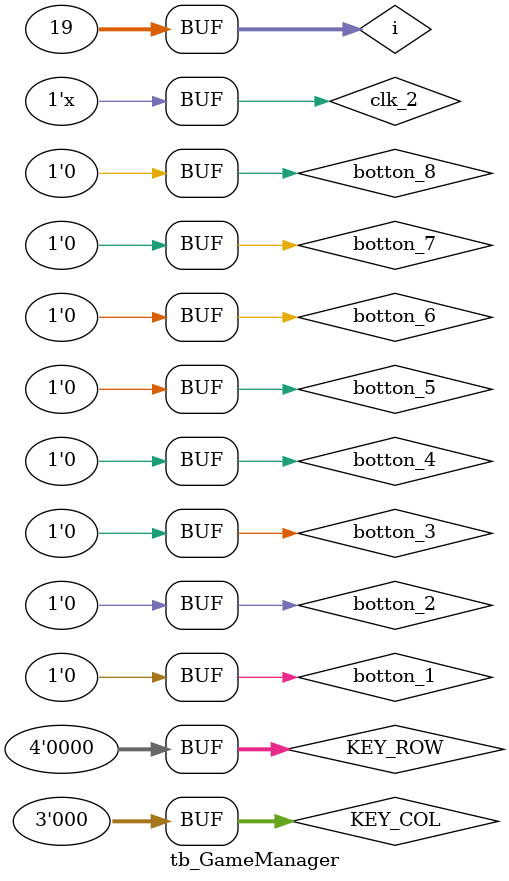
<source format=v>
`timescale 1ns / 1ps

module tb_GameManager;

    // 입력 신호 선언
    reg clk_2;
    reg botton_1;
    reg botton_2;
    reg botton_3;
    reg botton_4;
    reg botton_5;
    reg botton_6;
    reg botton_7;
    reg botton_8;
    reg [2:0] KEY_COL;
    reg [3:0] KEY_ROW;


    // 출력 신호 선언
    wire led_1;
    wire led_2;
    wire led_3;
    wire led_4;
    wire led_5;
    wire led_6;
    wire led_7;
    wire led_8;

    // GameManager 인스턴스화
    GameManager uut (
        .clk_2(clk_2),
        .botton_1(botton_1),
        .botton_2(botton_2),
        .botton_3(botton_3),
        .botton_4(botton_4),
        .botton_5(botton_5),
        .botton_6(botton_6),
        .botton_7(botton_7),
        .botton_8(botton_8),
        .KEY_COL(KEY_COL),
        .KEY_ROW(KEY_COL),
        .led_1(led_1),
        .led_2(led_2),
        .led_3(led_3),
        .led_4(led_4),
        .led_5(led_5),
        .led_6(led_6),
        .led_7(led_7),
        .led_8_s(led_8)
    );
/*
    // clk_1: 적당히 빠른 속도 (예: 10ns 주기)
    initial clk_1 = 0;
    always #5 clk_1 = ~clk_1; // 10ns 주기
*/
    // clk_2: clk_1보다 매우 빠른 속도 (예: 1ns 주기)
    initial clk_2 = 0;
    always #0.5 clk_2 = ~clk_2; // 1ns 주기
/*
    // clk_3: 주기가 0.2초
    initial clk_3 = 0;
    always #100 clk_3 = ~clk_3; // 100,000,000 -> 100 0.2초 주기 (200,000,000ns)
*/
    // 버튼 누름을 위한 태스크 정의
    task press_button;
        input integer button_num;
        begin
            case(button_num)
                1: botton_1 = 1;
                2: botton_2 = 1;
                3: botton_3 = 1;
                4: botton_4 = 1;
                5: botton_5 = 1;
                6: botton_6 = 1;
                7: botton_7 = 1;
                8: botton_8 = 1;
                default: ;
            endcase
            #100; // 버튼 누름 유지 시간
            case(button_num)
                1: botton_1 = 0;
                2: botton_2 = 0;
                3: botton_3 = 0;
                4: botton_4 = 0;
                5: botton_5 = 0;
                6: botton_6 = 0;
                7: botton_7 = 0;
                8: botton_8 = 0;
                default: ;
            endcase
            #200; // 다음 버튼 누름 전 대기 시간
        end
    endtask

    // 초기 블록
    integer i;
    initial begin
        // 모든 버튼 초기화
        botton_1 = 0;
        botton_2 = 0;
        botton_3 = 0;
        botton_4 = 0;
        botton_5 = 0;
        botton_6 = 0;
        botton_7 = 0;
        botton_8 = 0;
        KEY_COL = 0;
        KEY_ROW = 0;

        // 시뮬레이션 초기 대기
        #100;

        // 게임 시작: keypad_0 누름
        KEY_COL[0] = 1;
        KEY_ROW[0] = 1;
        #50;
        KEY_COL[0] = 0;
        KEY_ROW[0] = 0;

        #200;
        
        // 난이도 선택: keypad_2 누름
        KEY_COL[1] = 1;
        KEY_ROW[0] = 1;
        #50;
        KEY_COL[1] = 0;
        KEY_ROW[0] = 0;
        #200;

        // 10번 반복
        for (i = 0; i < 19; i = i + 1) begin
            // 충분한 시간 대기 (패턴 출력 완료 예상)
            // 실제 시뮬레이션 시간에 따라 조정 필요
            #200000; // 0.2초 대기 였던 것

            // 12개의 버튼을 순차적으로 누름
            press_button(1);
            press_button(5);
            press_button(7);
            press_button(8);
            press_button(4);
            press_button(6);
            press_button(7);
            press_button(4);
            press_button(6);
            press_button(7);
            press_button(4);
            press_button(2);
        end

        // 시뮬레이션 종료
        #100000;
    end

endmodule

</source>
